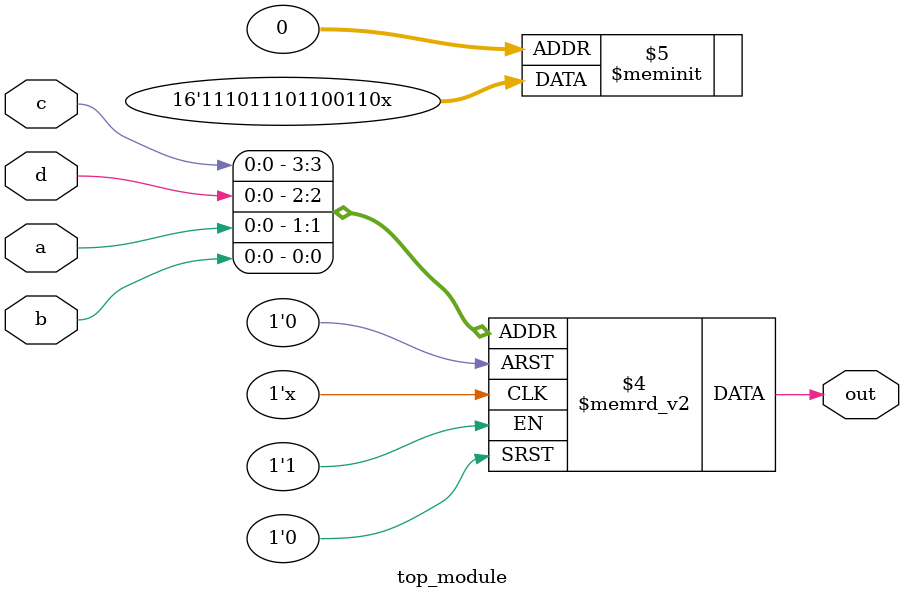
<source format=sv>
module top_module (
	input a, 
	input b,
	input c,
	input d,
	output reg out
);

always @(*) begin
	case ({c, d, a, b})
		4'b0001: out = 1'b0;
		4'b0010: out = 1'b1;
		4'b0011: out = 1'b1;
		4'b0100: out = 1'b0;
		4'b0101: out = 1'b0;
		4'b0110: out = 1'b1;
		4'b0111: out = 1'b1;
		4'b1000: out = 1'b0;
		4'b1001: out = 1'b1;
		4'b1010: out = 1'b1;
		4'b1011: out = 1'b1;
		4'b1100: out = 1'b0;
		4'b1101: out = 1'b1;
		4'b1110: out = 1'b1;
		4'b1111: out = 1'b1;
		default: out = 1'bx; // Handle potential undefined states, although all cases covered
	endcase
end

endmodule

</source>
